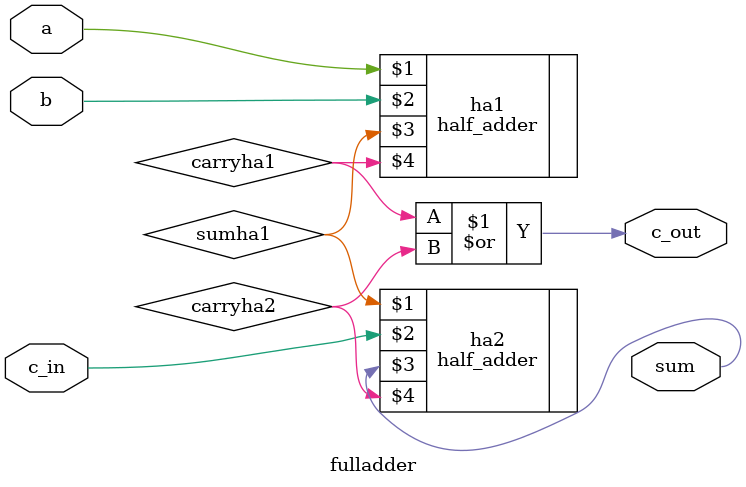
<source format=v>
`timescale 1ns / 1ps


module fulladder(a,b,c_in,c_out,sum); 
input a,b,c_in;
output c_out, sum;
wire sumha1,carryha1;
wire carryha2;
half_adder ha1(a,b,sumha1,carryha1);
half_adder ha2(sumha1,c_in,sum,carryha2);
or or0(c_out,carryha1,carryha2);
endmodule

</source>
